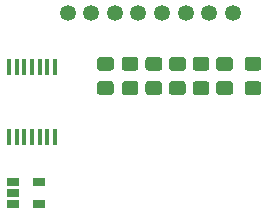
<source format=gbr>
G04 #@! TF.GenerationSoftware,KiCad,Pcbnew,(5.1.5-0-10_14)*
G04 #@! TF.CreationDate,2020-11-09T16:05:26+01:00*
G04 #@! TF.ProjectId,ATmega128_CC1101_Board,41546d65-6761-4313-9238-5f4343313130,rev?*
G04 #@! TF.SameCoordinates,Original*
G04 #@! TF.FileFunction,Paste,Bot*
G04 #@! TF.FilePolarity,Positive*
%FSLAX46Y46*%
G04 Gerber Fmt 4.6, Leading zero omitted, Abs format (unit mm)*
G04 Created by KiCad (PCBNEW (5.1.5-0-10_14)) date 2020-11-09 16:05:26*
%MOMM*%
%LPD*%
G04 APERTURE LIST*
%ADD10R,0.450000X1.450000*%
%ADD11C,0.100000*%
%ADD12R,1.060000X0.650000*%
%ADD13C,1.350000*%
G04 APERTURE END LIST*
D10*
X109250000Y-86450000D03*
X108600000Y-86450000D03*
X107950000Y-86450000D03*
X107300000Y-86450000D03*
X106650000Y-86450000D03*
X106000000Y-86450000D03*
X105350000Y-86450000D03*
X105350000Y-92350000D03*
X106000000Y-92350000D03*
X106650000Y-92350000D03*
X107300000Y-92350000D03*
X107950000Y-92350000D03*
X108600000Y-92350000D03*
X109250000Y-92350000D03*
D11*
G36*
X124074505Y-85601204D02*
G01*
X124098773Y-85604804D01*
X124122572Y-85610765D01*
X124145671Y-85619030D01*
X124167850Y-85629520D01*
X124188893Y-85642132D01*
X124208599Y-85656747D01*
X124226777Y-85673223D01*
X124243253Y-85691401D01*
X124257868Y-85711107D01*
X124270480Y-85732150D01*
X124280970Y-85754329D01*
X124289235Y-85777428D01*
X124295196Y-85801227D01*
X124298796Y-85825495D01*
X124300000Y-85849999D01*
X124300000Y-86500001D01*
X124298796Y-86524505D01*
X124295196Y-86548773D01*
X124289235Y-86572572D01*
X124280970Y-86595671D01*
X124270480Y-86617850D01*
X124257868Y-86638893D01*
X124243253Y-86658599D01*
X124226777Y-86676777D01*
X124208599Y-86693253D01*
X124188893Y-86707868D01*
X124167850Y-86720480D01*
X124145671Y-86730970D01*
X124122572Y-86739235D01*
X124098773Y-86745196D01*
X124074505Y-86748796D01*
X124050001Y-86750000D01*
X123149999Y-86750000D01*
X123125495Y-86748796D01*
X123101227Y-86745196D01*
X123077428Y-86739235D01*
X123054329Y-86730970D01*
X123032150Y-86720480D01*
X123011107Y-86707868D01*
X122991401Y-86693253D01*
X122973223Y-86676777D01*
X122956747Y-86658599D01*
X122942132Y-86638893D01*
X122929520Y-86617850D01*
X122919030Y-86595671D01*
X122910765Y-86572572D01*
X122904804Y-86548773D01*
X122901204Y-86524505D01*
X122900000Y-86500001D01*
X122900000Y-85849999D01*
X122901204Y-85825495D01*
X122904804Y-85801227D01*
X122910765Y-85777428D01*
X122919030Y-85754329D01*
X122929520Y-85732150D01*
X122942132Y-85711107D01*
X122956747Y-85691401D01*
X122973223Y-85673223D01*
X122991401Y-85656747D01*
X123011107Y-85642132D01*
X123032150Y-85629520D01*
X123054329Y-85619030D01*
X123077428Y-85610765D01*
X123101227Y-85604804D01*
X123125495Y-85601204D01*
X123149999Y-85600000D01*
X124050001Y-85600000D01*
X124074505Y-85601204D01*
G37*
G36*
X124074505Y-87651204D02*
G01*
X124098773Y-87654804D01*
X124122572Y-87660765D01*
X124145671Y-87669030D01*
X124167850Y-87679520D01*
X124188893Y-87692132D01*
X124208599Y-87706747D01*
X124226777Y-87723223D01*
X124243253Y-87741401D01*
X124257868Y-87761107D01*
X124270480Y-87782150D01*
X124280970Y-87804329D01*
X124289235Y-87827428D01*
X124295196Y-87851227D01*
X124298796Y-87875495D01*
X124300000Y-87899999D01*
X124300000Y-88550001D01*
X124298796Y-88574505D01*
X124295196Y-88598773D01*
X124289235Y-88622572D01*
X124280970Y-88645671D01*
X124270480Y-88667850D01*
X124257868Y-88688893D01*
X124243253Y-88708599D01*
X124226777Y-88726777D01*
X124208599Y-88743253D01*
X124188893Y-88757868D01*
X124167850Y-88770480D01*
X124145671Y-88780970D01*
X124122572Y-88789235D01*
X124098773Y-88795196D01*
X124074505Y-88798796D01*
X124050001Y-88800000D01*
X123149999Y-88800000D01*
X123125495Y-88798796D01*
X123101227Y-88795196D01*
X123077428Y-88789235D01*
X123054329Y-88780970D01*
X123032150Y-88770480D01*
X123011107Y-88757868D01*
X122991401Y-88743253D01*
X122973223Y-88726777D01*
X122956747Y-88708599D01*
X122942132Y-88688893D01*
X122929520Y-88667850D01*
X122919030Y-88645671D01*
X122910765Y-88622572D01*
X122904804Y-88598773D01*
X122901204Y-88574505D01*
X122900000Y-88550001D01*
X122900000Y-87899999D01*
X122901204Y-87875495D01*
X122904804Y-87851227D01*
X122910765Y-87827428D01*
X122919030Y-87804329D01*
X122929520Y-87782150D01*
X122942132Y-87761107D01*
X122956747Y-87741401D01*
X122973223Y-87723223D01*
X122991401Y-87706747D01*
X123011107Y-87692132D01*
X123032150Y-87679520D01*
X123054329Y-87669030D01*
X123077428Y-87660765D01*
X123101227Y-87654804D01*
X123125495Y-87651204D01*
X123149999Y-87650000D01*
X124050001Y-87650000D01*
X124074505Y-87651204D01*
G37*
G36*
X118074505Y-85601204D02*
G01*
X118098773Y-85604804D01*
X118122572Y-85610765D01*
X118145671Y-85619030D01*
X118167850Y-85629520D01*
X118188893Y-85642132D01*
X118208599Y-85656747D01*
X118226777Y-85673223D01*
X118243253Y-85691401D01*
X118257868Y-85711107D01*
X118270480Y-85732150D01*
X118280970Y-85754329D01*
X118289235Y-85777428D01*
X118295196Y-85801227D01*
X118298796Y-85825495D01*
X118300000Y-85849999D01*
X118300000Y-86500001D01*
X118298796Y-86524505D01*
X118295196Y-86548773D01*
X118289235Y-86572572D01*
X118280970Y-86595671D01*
X118270480Y-86617850D01*
X118257868Y-86638893D01*
X118243253Y-86658599D01*
X118226777Y-86676777D01*
X118208599Y-86693253D01*
X118188893Y-86707868D01*
X118167850Y-86720480D01*
X118145671Y-86730970D01*
X118122572Y-86739235D01*
X118098773Y-86745196D01*
X118074505Y-86748796D01*
X118050001Y-86750000D01*
X117149999Y-86750000D01*
X117125495Y-86748796D01*
X117101227Y-86745196D01*
X117077428Y-86739235D01*
X117054329Y-86730970D01*
X117032150Y-86720480D01*
X117011107Y-86707868D01*
X116991401Y-86693253D01*
X116973223Y-86676777D01*
X116956747Y-86658599D01*
X116942132Y-86638893D01*
X116929520Y-86617850D01*
X116919030Y-86595671D01*
X116910765Y-86572572D01*
X116904804Y-86548773D01*
X116901204Y-86524505D01*
X116900000Y-86500001D01*
X116900000Y-85849999D01*
X116901204Y-85825495D01*
X116904804Y-85801227D01*
X116910765Y-85777428D01*
X116919030Y-85754329D01*
X116929520Y-85732150D01*
X116942132Y-85711107D01*
X116956747Y-85691401D01*
X116973223Y-85673223D01*
X116991401Y-85656747D01*
X117011107Y-85642132D01*
X117032150Y-85629520D01*
X117054329Y-85619030D01*
X117077428Y-85610765D01*
X117101227Y-85604804D01*
X117125495Y-85601204D01*
X117149999Y-85600000D01*
X118050001Y-85600000D01*
X118074505Y-85601204D01*
G37*
G36*
X118074505Y-87651204D02*
G01*
X118098773Y-87654804D01*
X118122572Y-87660765D01*
X118145671Y-87669030D01*
X118167850Y-87679520D01*
X118188893Y-87692132D01*
X118208599Y-87706747D01*
X118226777Y-87723223D01*
X118243253Y-87741401D01*
X118257868Y-87761107D01*
X118270480Y-87782150D01*
X118280970Y-87804329D01*
X118289235Y-87827428D01*
X118295196Y-87851227D01*
X118298796Y-87875495D01*
X118300000Y-87899999D01*
X118300000Y-88550001D01*
X118298796Y-88574505D01*
X118295196Y-88598773D01*
X118289235Y-88622572D01*
X118280970Y-88645671D01*
X118270480Y-88667850D01*
X118257868Y-88688893D01*
X118243253Y-88708599D01*
X118226777Y-88726777D01*
X118208599Y-88743253D01*
X118188893Y-88757868D01*
X118167850Y-88770480D01*
X118145671Y-88780970D01*
X118122572Y-88789235D01*
X118098773Y-88795196D01*
X118074505Y-88798796D01*
X118050001Y-88800000D01*
X117149999Y-88800000D01*
X117125495Y-88798796D01*
X117101227Y-88795196D01*
X117077428Y-88789235D01*
X117054329Y-88780970D01*
X117032150Y-88770480D01*
X117011107Y-88757868D01*
X116991401Y-88743253D01*
X116973223Y-88726777D01*
X116956747Y-88708599D01*
X116942132Y-88688893D01*
X116929520Y-88667850D01*
X116919030Y-88645671D01*
X116910765Y-88622572D01*
X116904804Y-88598773D01*
X116901204Y-88574505D01*
X116900000Y-88550001D01*
X116900000Y-87899999D01*
X116901204Y-87875495D01*
X116904804Y-87851227D01*
X116910765Y-87827428D01*
X116919030Y-87804329D01*
X116929520Y-87782150D01*
X116942132Y-87761107D01*
X116956747Y-87741401D01*
X116973223Y-87723223D01*
X116991401Y-87706747D01*
X117011107Y-87692132D01*
X117032150Y-87679520D01*
X117054329Y-87669030D01*
X117077428Y-87660765D01*
X117101227Y-87654804D01*
X117125495Y-87651204D01*
X117149999Y-87650000D01*
X118050001Y-87650000D01*
X118074505Y-87651204D01*
G37*
G36*
X116074505Y-85601204D02*
G01*
X116098773Y-85604804D01*
X116122572Y-85610765D01*
X116145671Y-85619030D01*
X116167850Y-85629520D01*
X116188893Y-85642132D01*
X116208599Y-85656747D01*
X116226777Y-85673223D01*
X116243253Y-85691401D01*
X116257868Y-85711107D01*
X116270480Y-85732150D01*
X116280970Y-85754329D01*
X116289235Y-85777428D01*
X116295196Y-85801227D01*
X116298796Y-85825495D01*
X116300000Y-85849999D01*
X116300000Y-86500001D01*
X116298796Y-86524505D01*
X116295196Y-86548773D01*
X116289235Y-86572572D01*
X116280970Y-86595671D01*
X116270480Y-86617850D01*
X116257868Y-86638893D01*
X116243253Y-86658599D01*
X116226777Y-86676777D01*
X116208599Y-86693253D01*
X116188893Y-86707868D01*
X116167850Y-86720480D01*
X116145671Y-86730970D01*
X116122572Y-86739235D01*
X116098773Y-86745196D01*
X116074505Y-86748796D01*
X116050001Y-86750000D01*
X115149999Y-86750000D01*
X115125495Y-86748796D01*
X115101227Y-86745196D01*
X115077428Y-86739235D01*
X115054329Y-86730970D01*
X115032150Y-86720480D01*
X115011107Y-86707868D01*
X114991401Y-86693253D01*
X114973223Y-86676777D01*
X114956747Y-86658599D01*
X114942132Y-86638893D01*
X114929520Y-86617850D01*
X114919030Y-86595671D01*
X114910765Y-86572572D01*
X114904804Y-86548773D01*
X114901204Y-86524505D01*
X114900000Y-86500001D01*
X114900000Y-85849999D01*
X114901204Y-85825495D01*
X114904804Y-85801227D01*
X114910765Y-85777428D01*
X114919030Y-85754329D01*
X114929520Y-85732150D01*
X114942132Y-85711107D01*
X114956747Y-85691401D01*
X114973223Y-85673223D01*
X114991401Y-85656747D01*
X115011107Y-85642132D01*
X115032150Y-85629520D01*
X115054329Y-85619030D01*
X115077428Y-85610765D01*
X115101227Y-85604804D01*
X115125495Y-85601204D01*
X115149999Y-85600000D01*
X116050001Y-85600000D01*
X116074505Y-85601204D01*
G37*
G36*
X116074505Y-87651204D02*
G01*
X116098773Y-87654804D01*
X116122572Y-87660765D01*
X116145671Y-87669030D01*
X116167850Y-87679520D01*
X116188893Y-87692132D01*
X116208599Y-87706747D01*
X116226777Y-87723223D01*
X116243253Y-87741401D01*
X116257868Y-87761107D01*
X116270480Y-87782150D01*
X116280970Y-87804329D01*
X116289235Y-87827428D01*
X116295196Y-87851227D01*
X116298796Y-87875495D01*
X116300000Y-87899999D01*
X116300000Y-88550001D01*
X116298796Y-88574505D01*
X116295196Y-88598773D01*
X116289235Y-88622572D01*
X116280970Y-88645671D01*
X116270480Y-88667850D01*
X116257868Y-88688893D01*
X116243253Y-88708599D01*
X116226777Y-88726777D01*
X116208599Y-88743253D01*
X116188893Y-88757868D01*
X116167850Y-88770480D01*
X116145671Y-88780970D01*
X116122572Y-88789235D01*
X116098773Y-88795196D01*
X116074505Y-88798796D01*
X116050001Y-88800000D01*
X115149999Y-88800000D01*
X115125495Y-88798796D01*
X115101227Y-88795196D01*
X115077428Y-88789235D01*
X115054329Y-88780970D01*
X115032150Y-88770480D01*
X115011107Y-88757868D01*
X114991401Y-88743253D01*
X114973223Y-88726777D01*
X114956747Y-88708599D01*
X114942132Y-88688893D01*
X114929520Y-88667850D01*
X114919030Y-88645671D01*
X114910765Y-88622572D01*
X114904804Y-88598773D01*
X114901204Y-88574505D01*
X114900000Y-88550001D01*
X114900000Y-87899999D01*
X114901204Y-87875495D01*
X114904804Y-87851227D01*
X114910765Y-87827428D01*
X114919030Y-87804329D01*
X114929520Y-87782150D01*
X114942132Y-87761107D01*
X114956747Y-87741401D01*
X114973223Y-87723223D01*
X114991401Y-87706747D01*
X115011107Y-87692132D01*
X115032150Y-87679520D01*
X115054329Y-87669030D01*
X115077428Y-87660765D01*
X115101227Y-87654804D01*
X115125495Y-87651204D01*
X115149999Y-87650000D01*
X116050001Y-87650000D01*
X116074505Y-87651204D01*
G37*
G36*
X122074505Y-87651204D02*
G01*
X122098773Y-87654804D01*
X122122572Y-87660765D01*
X122145671Y-87669030D01*
X122167850Y-87679520D01*
X122188893Y-87692132D01*
X122208599Y-87706747D01*
X122226777Y-87723223D01*
X122243253Y-87741401D01*
X122257868Y-87761107D01*
X122270480Y-87782150D01*
X122280970Y-87804329D01*
X122289235Y-87827428D01*
X122295196Y-87851227D01*
X122298796Y-87875495D01*
X122300000Y-87899999D01*
X122300000Y-88550001D01*
X122298796Y-88574505D01*
X122295196Y-88598773D01*
X122289235Y-88622572D01*
X122280970Y-88645671D01*
X122270480Y-88667850D01*
X122257868Y-88688893D01*
X122243253Y-88708599D01*
X122226777Y-88726777D01*
X122208599Y-88743253D01*
X122188893Y-88757868D01*
X122167850Y-88770480D01*
X122145671Y-88780970D01*
X122122572Y-88789235D01*
X122098773Y-88795196D01*
X122074505Y-88798796D01*
X122050001Y-88800000D01*
X121149999Y-88800000D01*
X121125495Y-88798796D01*
X121101227Y-88795196D01*
X121077428Y-88789235D01*
X121054329Y-88780970D01*
X121032150Y-88770480D01*
X121011107Y-88757868D01*
X120991401Y-88743253D01*
X120973223Y-88726777D01*
X120956747Y-88708599D01*
X120942132Y-88688893D01*
X120929520Y-88667850D01*
X120919030Y-88645671D01*
X120910765Y-88622572D01*
X120904804Y-88598773D01*
X120901204Y-88574505D01*
X120900000Y-88550001D01*
X120900000Y-87899999D01*
X120901204Y-87875495D01*
X120904804Y-87851227D01*
X120910765Y-87827428D01*
X120919030Y-87804329D01*
X120929520Y-87782150D01*
X120942132Y-87761107D01*
X120956747Y-87741401D01*
X120973223Y-87723223D01*
X120991401Y-87706747D01*
X121011107Y-87692132D01*
X121032150Y-87679520D01*
X121054329Y-87669030D01*
X121077428Y-87660765D01*
X121101227Y-87654804D01*
X121125495Y-87651204D01*
X121149999Y-87650000D01*
X122050001Y-87650000D01*
X122074505Y-87651204D01*
G37*
G36*
X122074505Y-85601204D02*
G01*
X122098773Y-85604804D01*
X122122572Y-85610765D01*
X122145671Y-85619030D01*
X122167850Y-85629520D01*
X122188893Y-85642132D01*
X122208599Y-85656747D01*
X122226777Y-85673223D01*
X122243253Y-85691401D01*
X122257868Y-85711107D01*
X122270480Y-85732150D01*
X122280970Y-85754329D01*
X122289235Y-85777428D01*
X122295196Y-85801227D01*
X122298796Y-85825495D01*
X122300000Y-85849999D01*
X122300000Y-86500001D01*
X122298796Y-86524505D01*
X122295196Y-86548773D01*
X122289235Y-86572572D01*
X122280970Y-86595671D01*
X122270480Y-86617850D01*
X122257868Y-86638893D01*
X122243253Y-86658599D01*
X122226777Y-86676777D01*
X122208599Y-86693253D01*
X122188893Y-86707868D01*
X122167850Y-86720480D01*
X122145671Y-86730970D01*
X122122572Y-86739235D01*
X122098773Y-86745196D01*
X122074505Y-86748796D01*
X122050001Y-86750000D01*
X121149999Y-86750000D01*
X121125495Y-86748796D01*
X121101227Y-86745196D01*
X121077428Y-86739235D01*
X121054329Y-86730970D01*
X121032150Y-86720480D01*
X121011107Y-86707868D01*
X120991401Y-86693253D01*
X120973223Y-86676777D01*
X120956747Y-86658599D01*
X120942132Y-86638893D01*
X120929520Y-86617850D01*
X120919030Y-86595671D01*
X120910765Y-86572572D01*
X120904804Y-86548773D01*
X120901204Y-86524505D01*
X120900000Y-86500001D01*
X120900000Y-85849999D01*
X120901204Y-85825495D01*
X120904804Y-85801227D01*
X120910765Y-85777428D01*
X120919030Y-85754329D01*
X120929520Y-85732150D01*
X120942132Y-85711107D01*
X120956747Y-85691401D01*
X120973223Y-85673223D01*
X120991401Y-85656747D01*
X121011107Y-85642132D01*
X121032150Y-85629520D01*
X121054329Y-85619030D01*
X121077428Y-85610765D01*
X121101227Y-85604804D01*
X121125495Y-85601204D01*
X121149999Y-85600000D01*
X122050001Y-85600000D01*
X122074505Y-85601204D01*
G37*
G36*
X120074505Y-87651204D02*
G01*
X120098773Y-87654804D01*
X120122572Y-87660765D01*
X120145671Y-87669030D01*
X120167850Y-87679520D01*
X120188893Y-87692132D01*
X120208599Y-87706747D01*
X120226777Y-87723223D01*
X120243253Y-87741401D01*
X120257868Y-87761107D01*
X120270480Y-87782150D01*
X120280970Y-87804329D01*
X120289235Y-87827428D01*
X120295196Y-87851227D01*
X120298796Y-87875495D01*
X120300000Y-87899999D01*
X120300000Y-88550001D01*
X120298796Y-88574505D01*
X120295196Y-88598773D01*
X120289235Y-88622572D01*
X120280970Y-88645671D01*
X120270480Y-88667850D01*
X120257868Y-88688893D01*
X120243253Y-88708599D01*
X120226777Y-88726777D01*
X120208599Y-88743253D01*
X120188893Y-88757868D01*
X120167850Y-88770480D01*
X120145671Y-88780970D01*
X120122572Y-88789235D01*
X120098773Y-88795196D01*
X120074505Y-88798796D01*
X120050001Y-88800000D01*
X119149999Y-88800000D01*
X119125495Y-88798796D01*
X119101227Y-88795196D01*
X119077428Y-88789235D01*
X119054329Y-88780970D01*
X119032150Y-88770480D01*
X119011107Y-88757868D01*
X118991401Y-88743253D01*
X118973223Y-88726777D01*
X118956747Y-88708599D01*
X118942132Y-88688893D01*
X118929520Y-88667850D01*
X118919030Y-88645671D01*
X118910765Y-88622572D01*
X118904804Y-88598773D01*
X118901204Y-88574505D01*
X118900000Y-88550001D01*
X118900000Y-87899999D01*
X118901204Y-87875495D01*
X118904804Y-87851227D01*
X118910765Y-87827428D01*
X118919030Y-87804329D01*
X118929520Y-87782150D01*
X118942132Y-87761107D01*
X118956747Y-87741401D01*
X118973223Y-87723223D01*
X118991401Y-87706747D01*
X119011107Y-87692132D01*
X119032150Y-87679520D01*
X119054329Y-87669030D01*
X119077428Y-87660765D01*
X119101227Y-87654804D01*
X119125495Y-87651204D01*
X119149999Y-87650000D01*
X120050001Y-87650000D01*
X120074505Y-87651204D01*
G37*
G36*
X120074505Y-85601204D02*
G01*
X120098773Y-85604804D01*
X120122572Y-85610765D01*
X120145671Y-85619030D01*
X120167850Y-85629520D01*
X120188893Y-85642132D01*
X120208599Y-85656747D01*
X120226777Y-85673223D01*
X120243253Y-85691401D01*
X120257868Y-85711107D01*
X120270480Y-85732150D01*
X120280970Y-85754329D01*
X120289235Y-85777428D01*
X120295196Y-85801227D01*
X120298796Y-85825495D01*
X120300000Y-85849999D01*
X120300000Y-86500001D01*
X120298796Y-86524505D01*
X120295196Y-86548773D01*
X120289235Y-86572572D01*
X120280970Y-86595671D01*
X120270480Y-86617850D01*
X120257868Y-86638893D01*
X120243253Y-86658599D01*
X120226777Y-86676777D01*
X120208599Y-86693253D01*
X120188893Y-86707868D01*
X120167850Y-86720480D01*
X120145671Y-86730970D01*
X120122572Y-86739235D01*
X120098773Y-86745196D01*
X120074505Y-86748796D01*
X120050001Y-86750000D01*
X119149999Y-86750000D01*
X119125495Y-86748796D01*
X119101227Y-86745196D01*
X119077428Y-86739235D01*
X119054329Y-86730970D01*
X119032150Y-86720480D01*
X119011107Y-86707868D01*
X118991401Y-86693253D01*
X118973223Y-86676777D01*
X118956747Y-86658599D01*
X118942132Y-86638893D01*
X118929520Y-86617850D01*
X118919030Y-86595671D01*
X118910765Y-86572572D01*
X118904804Y-86548773D01*
X118901204Y-86524505D01*
X118900000Y-86500001D01*
X118900000Y-85849999D01*
X118901204Y-85825495D01*
X118904804Y-85801227D01*
X118910765Y-85777428D01*
X118919030Y-85754329D01*
X118929520Y-85732150D01*
X118942132Y-85711107D01*
X118956747Y-85691401D01*
X118973223Y-85673223D01*
X118991401Y-85656747D01*
X119011107Y-85642132D01*
X119032150Y-85629520D01*
X119054329Y-85619030D01*
X119077428Y-85610765D01*
X119101227Y-85604804D01*
X119125495Y-85601204D01*
X119149999Y-85600000D01*
X120050001Y-85600000D01*
X120074505Y-85601204D01*
G37*
G36*
X113974505Y-87651204D02*
G01*
X113998773Y-87654804D01*
X114022572Y-87660765D01*
X114045671Y-87669030D01*
X114067850Y-87679520D01*
X114088893Y-87692132D01*
X114108599Y-87706747D01*
X114126777Y-87723223D01*
X114143253Y-87741401D01*
X114157868Y-87761107D01*
X114170480Y-87782150D01*
X114180970Y-87804329D01*
X114189235Y-87827428D01*
X114195196Y-87851227D01*
X114198796Y-87875495D01*
X114200000Y-87899999D01*
X114200000Y-88550001D01*
X114198796Y-88574505D01*
X114195196Y-88598773D01*
X114189235Y-88622572D01*
X114180970Y-88645671D01*
X114170480Y-88667850D01*
X114157868Y-88688893D01*
X114143253Y-88708599D01*
X114126777Y-88726777D01*
X114108599Y-88743253D01*
X114088893Y-88757868D01*
X114067850Y-88770480D01*
X114045671Y-88780970D01*
X114022572Y-88789235D01*
X113998773Y-88795196D01*
X113974505Y-88798796D01*
X113950001Y-88800000D01*
X113049999Y-88800000D01*
X113025495Y-88798796D01*
X113001227Y-88795196D01*
X112977428Y-88789235D01*
X112954329Y-88780970D01*
X112932150Y-88770480D01*
X112911107Y-88757868D01*
X112891401Y-88743253D01*
X112873223Y-88726777D01*
X112856747Y-88708599D01*
X112842132Y-88688893D01*
X112829520Y-88667850D01*
X112819030Y-88645671D01*
X112810765Y-88622572D01*
X112804804Y-88598773D01*
X112801204Y-88574505D01*
X112800000Y-88550001D01*
X112800000Y-87899999D01*
X112801204Y-87875495D01*
X112804804Y-87851227D01*
X112810765Y-87827428D01*
X112819030Y-87804329D01*
X112829520Y-87782150D01*
X112842132Y-87761107D01*
X112856747Y-87741401D01*
X112873223Y-87723223D01*
X112891401Y-87706747D01*
X112911107Y-87692132D01*
X112932150Y-87679520D01*
X112954329Y-87669030D01*
X112977428Y-87660765D01*
X113001227Y-87654804D01*
X113025495Y-87651204D01*
X113049999Y-87650000D01*
X113950001Y-87650000D01*
X113974505Y-87651204D01*
G37*
G36*
X113974505Y-85601204D02*
G01*
X113998773Y-85604804D01*
X114022572Y-85610765D01*
X114045671Y-85619030D01*
X114067850Y-85629520D01*
X114088893Y-85642132D01*
X114108599Y-85656747D01*
X114126777Y-85673223D01*
X114143253Y-85691401D01*
X114157868Y-85711107D01*
X114170480Y-85732150D01*
X114180970Y-85754329D01*
X114189235Y-85777428D01*
X114195196Y-85801227D01*
X114198796Y-85825495D01*
X114200000Y-85849999D01*
X114200000Y-86500001D01*
X114198796Y-86524505D01*
X114195196Y-86548773D01*
X114189235Y-86572572D01*
X114180970Y-86595671D01*
X114170480Y-86617850D01*
X114157868Y-86638893D01*
X114143253Y-86658599D01*
X114126777Y-86676777D01*
X114108599Y-86693253D01*
X114088893Y-86707868D01*
X114067850Y-86720480D01*
X114045671Y-86730970D01*
X114022572Y-86739235D01*
X113998773Y-86745196D01*
X113974505Y-86748796D01*
X113950001Y-86750000D01*
X113049999Y-86750000D01*
X113025495Y-86748796D01*
X113001227Y-86745196D01*
X112977428Y-86739235D01*
X112954329Y-86730970D01*
X112932150Y-86720480D01*
X112911107Y-86707868D01*
X112891401Y-86693253D01*
X112873223Y-86676777D01*
X112856747Y-86658599D01*
X112842132Y-86638893D01*
X112829520Y-86617850D01*
X112819030Y-86595671D01*
X112810765Y-86572572D01*
X112804804Y-86548773D01*
X112801204Y-86524505D01*
X112800000Y-86500001D01*
X112800000Y-85849999D01*
X112801204Y-85825495D01*
X112804804Y-85801227D01*
X112810765Y-85777428D01*
X112819030Y-85754329D01*
X112829520Y-85732150D01*
X112842132Y-85711107D01*
X112856747Y-85691401D01*
X112873223Y-85673223D01*
X112891401Y-85656747D01*
X112911107Y-85642132D01*
X112932150Y-85629520D01*
X112954329Y-85619030D01*
X112977428Y-85610765D01*
X113001227Y-85604804D01*
X113025495Y-85601204D01*
X113049999Y-85600000D01*
X113950001Y-85600000D01*
X113974505Y-85601204D01*
G37*
G36*
X126474505Y-87651204D02*
G01*
X126498773Y-87654804D01*
X126522572Y-87660765D01*
X126545671Y-87669030D01*
X126567850Y-87679520D01*
X126588893Y-87692132D01*
X126608599Y-87706747D01*
X126626777Y-87723223D01*
X126643253Y-87741401D01*
X126657868Y-87761107D01*
X126670480Y-87782150D01*
X126680970Y-87804329D01*
X126689235Y-87827428D01*
X126695196Y-87851227D01*
X126698796Y-87875495D01*
X126700000Y-87899999D01*
X126700000Y-88550001D01*
X126698796Y-88574505D01*
X126695196Y-88598773D01*
X126689235Y-88622572D01*
X126680970Y-88645671D01*
X126670480Y-88667850D01*
X126657868Y-88688893D01*
X126643253Y-88708599D01*
X126626777Y-88726777D01*
X126608599Y-88743253D01*
X126588893Y-88757868D01*
X126567850Y-88770480D01*
X126545671Y-88780970D01*
X126522572Y-88789235D01*
X126498773Y-88795196D01*
X126474505Y-88798796D01*
X126450001Y-88800000D01*
X125549999Y-88800000D01*
X125525495Y-88798796D01*
X125501227Y-88795196D01*
X125477428Y-88789235D01*
X125454329Y-88780970D01*
X125432150Y-88770480D01*
X125411107Y-88757868D01*
X125391401Y-88743253D01*
X125373223Y-88726777D01*
X125356747Y-88708599D01*
X125342132Y-88688893D01*
X125329520Y-88667850D01*
X125319030Y-88645671D01*
X125310765Y-88622572D01*
X125304804Y-88598773D01*
X125301204Y-88574505D01*
X125300000Y-88550001D01*
X125300000Y-87899999D01*
X125301204Y-87875495D01*
X125304804Y-87851227D01*
X125310765Y-87827428D01*
X125319030Y-87804329D01*
X125329520Y-87782150D01*
X125342132Y-87761107D01*
X125356747Y-87741401D01*
X125373223Y-87723223D01*
X125391401Y-87706747D01*
X125411107Y-87692132D01*
X125432150Y-87679520D01*
X125454329Y-87669030D01*
X125477428Y-87660765D01*
X125501227Y-87654804D01*
X125525495Y-87651204D01*
X125549999Y-87650000D01*
X126450001Y-87650000D01*
X126474505Y-87651204D01*
G37*
G36*
X126474505Y-85601204D02*
G01*
X126498773Y-85604804D01*
X126522572Y-85610765D01*
X126545671Y-85619030D01*
X126567850Y-85629520D01*
X126588893Y-85642132D01*
X126608599Y-85656747D01*
X126626777Y-85673223D01*
X126643253Y-85691401D01*
X126657868Y-85711107D01*
X126670480Y-85732150D01*
X126680970Y-85754329D01*
X126689235Y-85777428D01*
X126695196Y-85801227D01*
X126698796Y-85825495D01*
X126700000Y-85849999D01*
X126700000Y-86500001D01*
X126698796Y-86524505D01*
X126695196Y-86548773D01*
X126689235Y-86572572D01*
X126680970Y-86595671D01*
X126670480Y-86617850D01*
X126657868Y-86638893D01*
X126643253Y-86658599D01*
X126626777Y-86676777D01*
X126608599Y-86693253D01*
X126588893Y-86707868D01*
X126567850Y-86720480D01*
X126545671Y-86730970D01*
X126522572Y-86739235D01*
X126498773Y-86745196D01*
X126474505Y-86748796D01*
X126450001Y-86750000D01*
X125549999Y-86750000D01*
X125525495Y-86748796D01*
X125501227Y-86745196D01*
X125477428Y-86739235D01*
X125454329Y-86730970D01*
X125432150Y-86720480D01*
X125411107Y-86707868D01*
X125391401Y-86693253D01*
X125373223Y-86676777D01*
X125356747Y-86658599D01*
X125342132Y-86638893D01*
X125329520Y-86617850D01*
X125319030Y-86595671D01*
X125310765Y-86572572D01*
X125304804Y-86548773D01*
X125301204Y-86524505D01*
X125300000Y-86500001D01*
X125300000Y-85849999D01*
X125301204Y-85825495D01*
X125304804Y-85801227D01*
X125310765Y-85777428D01*
X125319030Y-85754329D01*
X125329520Y-85732150D01*
X125342132Y-85711107D01*
X125356747Y-85691401D01*
X125373223Y-85673223D01*
X125391401Y-85656747D01*
X125411107Y-85642132D01*
X125432150Y-85629520D01*
X125454329Y-85619030D01*
X125477428Y-85610765D01*
X125501227Y-85604804D01*
X125525495Y-85601204D01*
X125549999Y-85600000D01*
X126450001Y-85600000D01*
X126474505Y-85601204D01*
G37*
D12*
X107900000Y-98050000D03*
X107900000Y-96150000D03*
X105700000Y-96150000D03*
X105700000Y-97100000D03*
X105700000Y-98050000D03*
D13*
X110300000Y-81900000D03*
X124300000Y-81900000D03*
X122300000Y-81900000D03*
X120300000Y-81900000D03*
X118300000Y-81900000D03*
X116300000Y-81900000D03*
X114300000Y-81900000D03*
X112300000Y-81900000D03*
M02*

</source>
